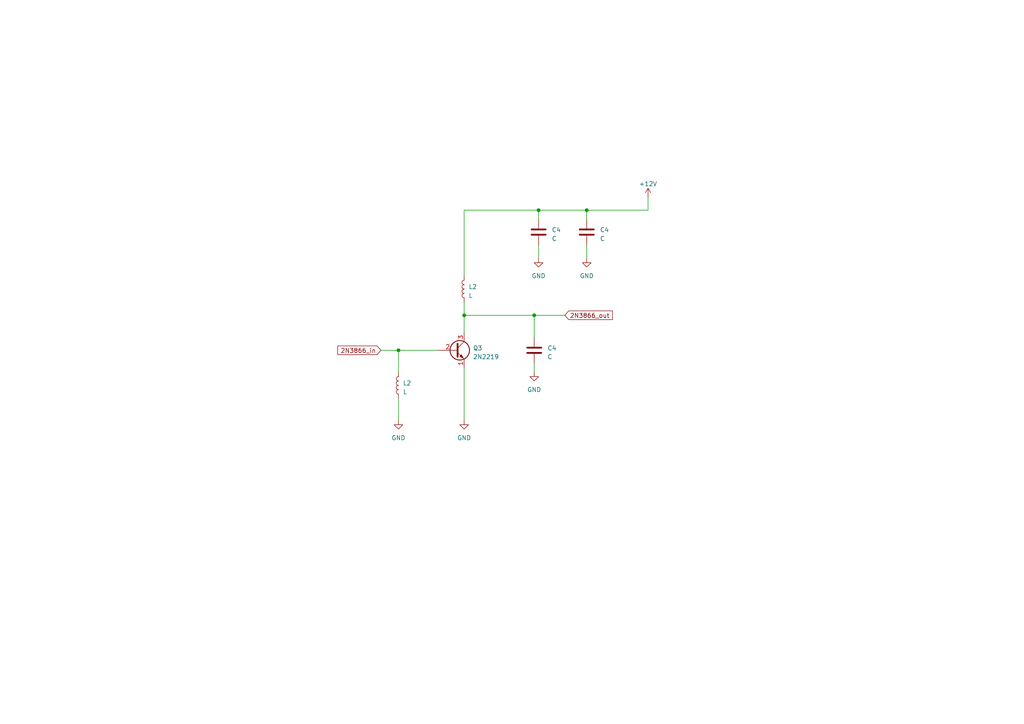
<source format=kicad_sch>
(kicad_sch (version 20230121) (generator eeschema)
  (paper "A4")
  (lib_symbols
    (symbol "Device:C" (pin_numbers hide) (pin_names (offset 0.254))
      (property "Reference" "C" (at 0.635 2.54 0))
      (property "Value" "C" (at 0.635 -2.54 0))
      (symbol "C_0_1"
        (polyline (pts (xy -2.032 -0.762) (xy 2.032 -0.762)) (stroke (width 0.508)))
        (polyline (pts (xy -2.032 0.762) (xy 2.032 0.762)) (stroke (width 0.508)))
      )
      (symbol "C_1_1"
        (pin passive line (at 0 3.81 270) (length 2.794) (name "~") (number "1"))
        (pin passive line (at 0 -3.81 90) (length 2.794) (name "~") (number "2"))
      )
    )
    (symbol "Device:L" (pin_numbers hide) (pin_names (offset 1.016) hide)
      (property "Reference" "L" (at -1.27 0 90))
      (property "Value" "L" (at 1.905 0 90))
      (symbol "L_0_1"
        (arc (start 0 -2.54) (mid 0.6323 -1.905) (end 0 -1.27))
        (arc (start 0 -1.27) (mid 0.6323 -0.635) (end 0 0))
        (arc (start 0 0) (mid 0.6323 0.635) (end 0 1.27))
        (arc (start 0 1.27) (mid 0.6323 1.905) (end 0 2.54))
      )
      (symbol "L_1_1"
        (pin passive line (at 0 3.81 270) (length 1.27) (name "1") (number "1"))
        (pin passive line (at 0 -3.81 90) (length 1.27) (name "2") (number "2"))
      )
    )
    (symbol "Transistor_BJT:2N2219" (pin_names (offset 0) hide)
      (property "Reference" "Q" (at 5.08 1.905 0))
      (property "Value" "2N2219" (at 5.08 0 0))
      (symbol "2N2219_0_1"
        (polyline (pts (xy 0.635 0.635) (xy 2.54 2.54)))
        (polyline (pts (xy 0.635 -0.635) (xy 2.54 -2.54) (xy 2.54 -2.54)))
        (polyline (pts (xy 0.635 1.905) (xy 0.635 -1.905) (xy 0.635 -1.905)) (stroke (width 0.508)))
        (polyline (pts (xy 1.27 -1.778) (xy 1.778 -1.27) (xy 2.286 -2.286) (xy 1.27 -1.778) (xy 1.27 -1.778)) (fill (type outline)))
        (circle (center 1.27 0) (radius 2.8194) (stroke (width 0.254)))
      )
      (symbol "2N2219_1_1"
        (pin passive line (at 2.54 -5.08 90) (length 2.54) (name "E") (number "1"))
        (pin passive line (at -5.08 0 0) (length 5.715) (name "B") (number "2"))
        (pin passive line (at 2.54 5.08 270) (length 2.54) (name "C") (number "3"))
      )
    )
    (symbol "power:+12V" (power) (pin_names (offset 0))
      (property "Value" "+12V" (at 0 3.556 0))
      (symbol "+12V_0_1"
        (polyline (pts (xy -0.762 1.27) (xy 0 2.54)))
        (polyline (pts (xy 0 0) (xy 0 2.54)))
        (polyline (pts (xy 0 2.54) (xy 0.762 1.27)))
      )
      (symbol "+12V_1_1"
        (pin power_in line (at 0 0 90) (length 0) hide (name "+12V") (number "1"))
      )
    )
    (symbol "power:GND" (power) (pin_names (offset 0))
      (property "Value" "GND" (at 0 -3.81 0))
      (symbol "GND_0_1"
        (polyline (pts (xy 0 0) (xy 0 -1.27) (xy 1.27 -1.27) (xy 0 -2.54) (xy -1.27 -1.27) (xy 0 -1.27)))
      )
      (symbol "GND_1_1"
        (pin power_in line (at 0 0 270) (length 0) hide (name "GND") (number "1"))
      )
    )
  )
  (junction (at 170.18 60.96))
  (junction (at 115.57 101.6))
  (junction (at 154.94 91.44))
  (junction (at 156.21 60.96))
  (junction (at 134.62 91.44))
  (wire (pts (xy 187.96 57.15) (xy 187.96 60.96)))
  (wire (pts (xy 154.94 105.41) (xy 154.94 107.95)))
  (wire (pts (xy 134.62 106.68) (xy 134.62 121.92)))
  (wire (pts (xy 156.21 60.96) (xy 134.62 60.96)))
  (wire (pts (xy 127 101.6) (xy 115.57 101.6)))
  (wire (pts (xy 134.62 87.63) (xy 134.62 91.44)))
  (wire (pts (xy 170.18 60.96) (xy 156.21 60.96)))
  (wire (pts (xy 154.94 97.79) (xy 154.94 91.44)))
  (wire (pts (xy 134.62 60.96) (xy 134.62 80.01)))
  (wire (pts (xy 170.18 71.12) (xy 170.18 74.93)))
  (wire (pts (xy 134.62 91.44) (xy 134.62 96.52)))
  (wire (pts (xy 154.94 91.44) (xy 163.83 91.44)))
  (wire (pts (xy 115.57 101.6) (xy 115.57 107.95)))
  (wire (pts (xy 156.21 71.12) (xy 156.21 74.93)))
  (wire (pts (xy 154.94 91.44) (xy 134.62 91.44)))
  (wire (pts (xy 156.21 60.96) (xy 156.21 63.5)))
  (wire (pts (xy 110.49 101.6) (xy 115.57 101.6)))
  (wire (pts (xy 170.18 60.96) (xy 170.18 63.5)))
  (wire (pts (xy 115.57 115.57) (xy 115.57 121.92)))
  (wire (pts (xy 187.96 60.96) (xy 170.18 60.96)))
  (global_label "2N3866_in" (shape input) (at 110.49 101.6 180) (property "Intersheetrefs" "${INTERSHEET_REFS}" (effects hide)))
  (global_label "2N3866_out" (shape input) (at 163.83 91.44 0) (property "Intersheetrefs" "${INTERSHEET_REFS}" (effects hide)))
  (symbol (lib_id "Device:L") (at 134.62 83.82 180) (unit 1)
    (property "Reference" "L2" (at 135.89 83.185 0) (effects (justify right)))
    (property "Value" "L" (at 135.89 85.725 0) (effects (justify right)))
    (property "Footprint" "Inductor_THT:L_Axial_L7.0mm_D3.3mm_P12.70mm_Horizontal_Fastron_MICC" (effects hide))
    (instances (project "Ampli_RF" (path "" (reference "L2") (unit 1)) (path "" (reference "L8") (unit 1))))
  )
  (symbol (lib_id "power:GND") (at 115.57 121.92 0) (unit 1)
    (property "Reference" "#PWR03" (effects hide))
    (property "Value" "GND" (at 115.57 127 0))
    (instances (project "Ampli_RF" (path "" (reference "#PWR03") (unit 1)) (path "" (reference "#PWR021") (unit 1))))
  )
  (symbol (lib_id "Device:L") (at 115.57 111.76 180) (unit 1)
    (property "Reference" "L2" (at 116.84 111.125 0) (effects (justify right)))
    (property "Value" "L" (at 116.84 113.665 0) (effects (justify right)))
    (property "Footprint" "Inductor_THT:L_Axial_L7.0mm_D3.3mm_P12.70mm_Horizontal_Fastron_MICC" (effects hide))
    (instances (project "Ampli_RF" (path "" (reference "L2") (unit 1)) (path "" (reference "L7") (unit 1))))
  )
  (symbol (lib_id "power:GND") (at 134.62 121.92 0) (unit 1)
    (property "Reference" "#PWR03" (effects hide))
    (property "Value" "GND" (at 134.62 127 0))
    (instances (project "Ampli_RF" (path "" (reference "#PWR03") (unit 1)) (path "" (reference "#PWR022") (unit 1))))
  )
  (symbol (lib_id "Device:C") (at 170.18 67.31 0) (unit 1)
    (property "Reference" "C4" (at 173.99 66.675 0) (effects (justify left)))
    (property "Value" "C" (at 173.99 69.215 0) (effects (justify left)))
    (property "Footprint" "Capacitor_THT:C_Disc_D7.5mm_W5.0mm_P5.00mm" (effects hide))
    (instances (project "Ampli_RF" (path "" (reference "C4") (unit 1)) (path "" (reference "C11") (unit 1))))
  )
  (symbol (lib_id "power:GND") (at 154.94 107.95 0) (unit 1)
    (property "Reference" "#PWR03" (effects hide))
    (property "Value" "GND" (at 154.94 113.03 0))
    (instances (project "Ampli_RF" (path "" (reference "#PWR03") (unit 1)) (path "" (reference "#PWR023") (unit 1))))
  )
  (symbol (lib_id "power:GND") (at 156.21 74.93 0) (unit 1)
    (property "Reference" "#PWR03" (effects hide))
    (property "Value" "GND" (at 156.21 80.01 0))
    (instances (project "Ampli_RF" (path "" (reference "#PWR03") (unit 1)) (path "" (reference "#PWR024") (unit 1))))
  )
  (symbol (lib_id "Device:C") (at 156.21 67.31 0) (unit 1)
    (property "Reference" "C4" (at 160.02 66.675 0) (effects (justify left)))
    (property "Value" "C" (at 160.02 69.215 0) (effects (justify left)))
    (property "Footprint" "Capacitor_THT:C_Disc_D7.5mm_W5.0mm_P5.00mm" (effects hide))
    (instances (project "Ampli_RF" (path "" (reference "C4") (unit 1)) (path "" (reference "C10") (unit 1))))
  )
  (symbol (lib_id "power:GND") (at 170.18 74.93 0) (unit 1)
    (property "Reference" "#PWR03" (effects hide))
    (property "Value" "GND" (at 170.18 80.01 0))
    (instances (project "Ampli_RF" (path "" (reference "#PWR03") (unit 1)) (path "" (reference "#PWR025") (unit 1))))
  )
  (symbol (lib_id "power:+12V") (at 187.96 57.15 0) (unit 1)
    (property "Reference" "#PWR06" (effects hide))
    (property "Value" "+12V" (at 187.96 53.34 0))
    (instances (project "Ampli_RF" (path "" (reference "#PWR06") (unit 1)) (path "" (reference "#PWR026") (unit 1))))
  )
  (symbol (lib_id "Device:C") (at 154.94 101.6 0) (unit 1)
    (property "Reference" "C4" (at 158.75 100.965 0) (effects (justify left)))
    (property "Value" "C" (at 158.75 103.505 0) (effects (justify left)))
    (property "Footprint" "Capacitor_THT:C_Disc_D7.5mm_W5.0mm_P5.00mm" (effects hide))
    (instances (project "Ampli_RF" (path "" (reference "C4") (unit 1)) (path "" (reference "C9") (unit 1))))
  )
  (symbol (lib_id "Transistor_BJT:2N2219") (at 132.08 101.6 0) (unit 1)
    (property "Reference" "Q3" (at 137.16 100.965 0) (effects (justify left)))
    (property "Value" "2N2219" (at 137.16 103.505 0) (effects (justify left)))
    (property "Footprint" "Package_TO_SOT_THT:TO-39-3" (effects hide))
    (property "Datasheet" "http://www.onsemi.com/pub_link/Collateral/2N2219-D.PDF" (effects hide))
  )
)
</source>
